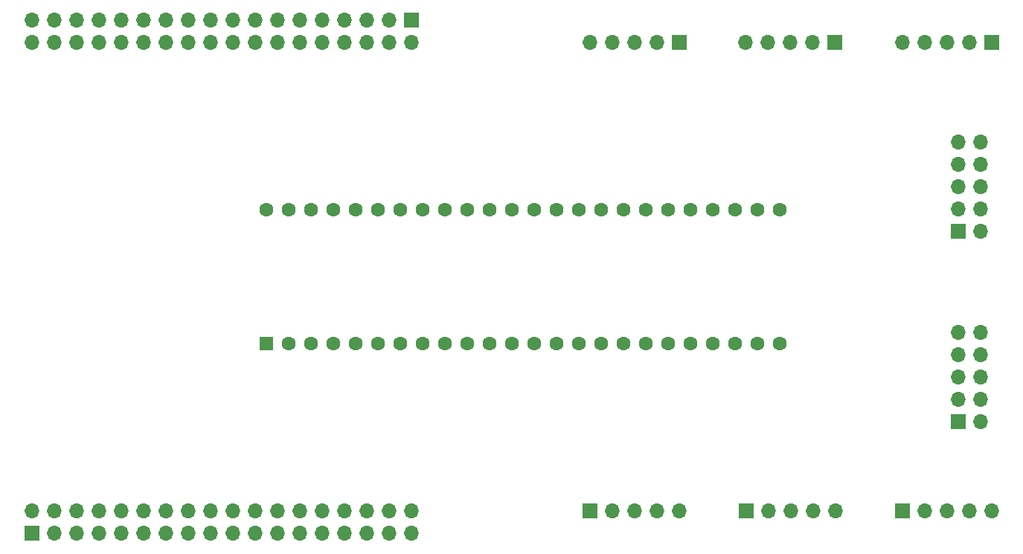
<source format=gbr>
G04 #@! TF.GenerationSoftware,KiCad,Pcbnew,(6.0.1)*
G04 #@! TF.CreationDate,2022-01-30T22:17:43+01:00*
G04 #@! TF.ProjectId,Teensy41_DualMotor,5465656e-7379-4343-915f-4475616c4d6f,1*
G04 #@! TF.SameCoordinates,Original*
G04 #@! TF.FileFunction,Soldermask,Bot*
G04 #@! TF.FilePolarity,Negative*
%FSLAX46Y46*%
G04 Gerber Fmt 4.6, Leading zero omitted, Abs format (unit mm)*
G04 Created by KiCad (PCBNEW (6.0.1)) date 2022-01-30 22:17:43*
%MOMM*%
%LPD*%
G01*
G04 APERTURE LIST*
%ADD10R,1.700000X1.700000*%
%ADD11O,1.700000X1.700000*%
%ADD12R,1.600000X1.600000*%
%ADD13C,1.600000*%
G04 APERTURE END LIST*
D10*
X127000000Y-140970000D03*
D11*
X129540000Y-140970000D03*
X132080000Y-140970000D03*
X134620000Y-140970000D03*
X137160000Y-140970000D03*
D10*
X101600000Y-87630000D03*
D11*
X99060000Y-87630000D03*
X96520000Y-87630000D03*
X93980000Y-87630000D03*
X91440000Y-87630000D03*
D10*
X137160000Y-87630000D03*
D11*
X134620000Y-87630000D03*
X132080000Y-87630000D03*
X129540000Y-87630000D03*
X127000000Y-87630000D03*
D10*
X133330000Y-109160000D03*
D11*
X135870000Y-109160000D03*
X133330000Y-106620000D03*
X135870000Y-106620000D03*
X133330000Y-104080000D03*
X135870000Y-104080000D03*
X133330000Y-101540000D03*
X135870000Y-101540000D03*
X133330000Y-99000000D03*
X135870000Y-99000000D03*
D10*
X133350000Y-130780000D03*
D11*
X135890000Y-130780000D03*
X133350000Y-128240000D03*
X135890000Y-128240000D03*
X133350000Y-125700000D03*
X135890000Y-125700000D03*
X133350000Y-123160000D03*
X135890000Y-123160000D03*
X133350000Y-120620000D03*
X135890000Y-120620000D03*
D10*
X91440000Y-140970000D03*
D11*
X93980000Y-140970000D03*
X96520000Y-140970000D03*
X99060000Y-140970000D03*
X101600000Y-140970000D03*
D10*
X109220000Y-140995000D03*
D11*
X111760000Y-140995000D03*
X114300000Y-140995000D03*
X116840000Y-140995000D03*
X119380000Y-140995000D03*
D12*
X54610000Y-121920000D03*
D13*
X57150000Y-121920000D03*
X59690000Y-121920000D03*
X62230000Y-121920000D03*
X64770000Y-121920000D03*
X67310000Y-121920000D03*
X69850000Y-121920000D03*
X72390000Y-121920000D03*
X74930000Y-121920000D03*
X77470000Y-121920000D03*
X80010000Y-121920000D03*
X82550000Y-121920000D03*
X85090000Y-121920000D03*
X87630000Y-121920000D03*
X90170000Y-121920000D03*
X92710000Y-121920000D03*
X95250000Y-121920000D03*
X97790000Y-121920000D03*
X100330000Y-121920000D03*
X102870000Y-121920000D03*
X105410000Y-121920000D03*
X107950000Y-121920000D03*
X110490000Y-121920000D03*
X113030000Y-121920000D03*
X113030000Y-106680000D03*
X110490000Y-106680000D03*
X107950000Y-106680000D03*
X105410000Y-106680000D03*
X102870000Y-106680000D03*
X100330000Y-106680000D03*
X97790000Y-106680000D03*
X95250000Y-106680000D03*
X92710000Y-106680000D03*
X90170000Y-106680000D03*
X87630000Y-106680000D03*
X85090000Y-106680000D03*
X82550000Y-106680000D03*
X80010000Y-106680000D03*
X77470000Y-106680000D03*
X74930000Y-106680000D03*
X72390000Y-106680000D03*
X69850000Y-106680000D03*
X67310000Y-106680000D03*
X64770000Y-106680000D03*
X62230000Y-106680000D03*
X59690000Y-106680000D03*
X57150000Y-106680000D03*
X54610000Y-106680000D03*
D10*
X119350000Y-87630000D03*
D11*
X116810000Y-87630000D03*
X114270000Y-87630000D03*
X111730000Y-87630000D03*
X109190000Y-87630000D03*
D10*
X71120000Y-85090000D03*
D11*
X71120000Y-87630000D03*
X68580000Y-85090000D03*
X68580000Y-87630000D03*
X66040000Y-85090000D03*
X66040000Y-87630000D03*
X63500000Y-85090000D03*
X63500000Y-87630000D03*
X60960000Y-85090000D03*
X60960000Y-87630000D03*
X58420000Y-85090000D03*
X58420000Y-87630000D03*
X55880000Y-85090000D03*
X55880000Y-87630000D03*
X53340000Y-85090000D03*
X53340000Y-87630000D03*
X50800000Y-85090000D03*
X50800000Y-87630000D03*
X48260000Y-85090000D03*
X48260000Y-87630000D03*
X45720000Y-85090000D03*
X45720000Y-87630000D03*
X43180000Y-85090000D03*
X43180000Y-87630000D03*
X40640000Y-85090000D03*
X40640000Y-87630000D03*
X38100000Y-85090000D03*
X38100000Y-87630000D03*
X35560000Y-85090000D03*
X35560000Y-87630000D03*
X33020000Y-85090000D03*
X33020000Y-87630000D03*
X30480000Y-85090000D03*
X30480000Y-87630000D03*
X27940000Y-85090000D03*
X27940000Y-87630000D03*
D10*
X27940000Y-143510000D03*
D11*
X27940000Y-140970000D03*
X30480000Y-143510000D03*
X30480000Y-140970000D03*
X33020000Y-143510000D03*
X33020000Y-140970000D03*
X35560000Y-143510000D03*
X35560000Y-140970000D03*
X38100000Y-143510000D03*
X38100000Y-140970000D03*
X40640000Y-143510000D03*
X40640000Y-140970000D03*
X43180000Y-143510000D03*
X43180000Y-140970000D03*
X45720000Y-143510000D03*
X45720000Y-140970000D03*
X48260000Y-143510000D03*
X48260000Y-140970000D03*
X50800000Y-143510000D03*
X50800000Y-140970000D03*
X53340000Y-143510000D03*
X53340000Y-140970000D03*
X55880000Y-143510000D03*
X55880000Y-140970000D03*
X58420000Y-143510000D03*
X58420000Y-140970000D03*
X60960000Y-143510000D03*
X60960000Y-140970000D03*
X63500000Y-143510000D03*
X63500000Y-140970000D03*
X66040000Y-143510000D03*
X66040000Y-140970000D03*
X68580000Y-143510000D03*
X68580000Y-140970000D03*
X71120000Y-143510000D03*
X71120000Y-140970000D03*
M02*

</source>
